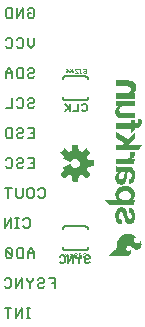
<source format=gbr>
G04 EAGLE Gerber RS-274X export*
G75*
%MOMM*%
%FSLAX34Y34*%
%LPD*%
%INSilkscreen Bottom*%
%IPPOS*%
%AMOC8*
5,1,8,0,0,1.08239X$1,22.5*%
G01*
%ADD10C,0.127000*%
%ADD11C,0.177800*%
%ADD12C,0.203200*%
%ADD13C,0.025400*%

G36*
X90835Y124080D02*
X90835Y124080D01*
X90943Y124094D01*
X90955Y124100D01*
X90969Y124102D01*
X91065Y124154D01*
X91162Y124201D01*
X91172Y124211D01*
X91184Y124217D01*
X91258Y124297D01*
X91335Y124373D01*
X91341Y124385D01*
X91351Y124396D01*
X91396Y124494D01*
X91444Y124591D01*
X91448Y124609D01*
X91452Y124618D01*
X91454Y124639D01*
X91473Y124736D01*
X91916Y129087D01*
X93075Y129458D01*
X93093Y129468D01*
X93190Y129506D01*
X94272Y130063D01*
X97662Y127299D01*
X97756Y127245D01*
X97848Y127188D01*
X97861Y127185D01*
X97873Y127178D01*
X97980Y127157D01*
X98085Y127132D01*
X98099Y127134D01*
X98113Y127131D01*
X98220Y127146D01*
X98328Y127156D01*
X98341Y127162D01*
X98355Y127164D01*
X98452Y127212D01*
X98551Y127257D01*
X98564Y127268D01*
X98573Y127272D01*
X98588Y127288D01*
X98665Y127350D01*
X101250Y129935D01*
X101313Y130024D01*
X101379Y130109D01*
X101384Y130122D01*
X101392Y130134D01*
X101423Y130237D01*
X101459Y130340D01*
X101459Y130354D01*
X101463Y130367D01*
X101459Y130475D01*
X101460Y130584D01*
X101455Y130597D01*
X101455Y130611D01*
X101417Y130713D01*
X101382Y130815D01*
X101373Y130830D01*
X101369Y130839D01*
X101355Y130856D01*
X101301Y130938D01*
X98537Y134328D01*
X99094Y135410D01*
X99100Y135430D01*
X99142Y135525D01*
X99513Y136684D01*
X103864Y137127D01*
X103968Y137155D01*
X104074Y137180D01*
X104086Y137187D01*
X104099Y137190D01*
X104189Y137251D01*
X104282Y137308D01*
X104290Y137319D01*
X104302Y137327D01*
X104368Y137413D01*
X104437Y137497D01*
X104441Y137510D01*
X104450Y137521D01*
X104484Y137624D01*
X104523Y137725D01*
X104524Y137743D01*
X104528Y137752D01*
X104528Y137774D01*
X104537Y137872D01*
X104537Y141528D01*
X104520Y141635D01*
X104506Y141743D01*
X104500Y141755D01*
X104498Y141769D01*
X104446Y141865D01*
X104399Y141962D01*
X104389Y141972D01*
X104383Y141984D01*
X104303Y142058D01*
X104227Y142135D01*
X104215Y142141D01*
X104205Y142151D01*
X104106Y142196D01*
X104009Y142244D01*
X103991Y142248D01*
X103982Y142252D01*
X103961Y142254D01*
X103864Y142273D01*
X99513Y142716D01*
X99142Y143875D01*
X99132Y143893D01*
X99094Y143990D01*
X98537Y145072D01*
X101301Y148462D01*
X101355Y148556D01*
X101412Y148648D01*
X101415Y148661D01*
X101422Y148673D01*
X101443Y148780D01*
X101468Y148885D01*
X101466Y148899D01*
X101469Y148913D01*
X101454Y149020D01*
X101444Y149128D01*
X101438Y149141D01*
X101436Y149155D01*
X101388Y149252D01*
X101343Y149351D01*
X101332Y149364D01*
X101328Y149373D01*
X101312Y149388D01*
X101250Y149465D01*
X98665Y152050D01*
X98576Y152113D01*
X98491Y152179D01*
X98478Y152184D01*
X98466Y152192D01*
X98363Y152223D01*
X98260Y152259D01*
X98246Y152259D01*
X98233Y152263D01*
X98125Y152259D01*
X98016Y152260D01*
X98003Y152255D01*
X97989Y152255D01*
X97887Y152217D01*
X97785Y152182D01*
X97770Y152173D01*
X97761Y152169D01*
X97744Y152155D01*
X97662Y152101D01*
X94272Y149337D01*
X93190Y149894D01*
X93170Y149900D01*
X93075Y149942D01*
X91916Y150313D01*
X91473Y154664D01*
X91445Y154768D01*
X91420Y154874D01*
X91413Y154886D01*
X91410Y154899D01*
X91349Y154989D01*
X91292Y155082D01*
X91281Y155090D01*
X91273Y155102D01*
X91187Y155168D01*
X91103Y155237D01*
X91090Y155241D01*
X91079Y155250D01*
X90976Y155284D01*
X90875Y155323D01*
X90857Y155324D01*
X90848Y155328D01*
X90826Y155328D01*
X90728Y155337D01*
X87072Y155337D01*
X86965Y155320D01*
X86857Y155306D01*
X86845Y155300D01*
X86831Y155298D01*
X86735Y155246D01*
X86638Y155199D01*
X86628Y155189D01*
X86616Y155183D01*
X86542Y155103D01*
X86465Y155027D01*
X86459Y155015D01*
X86449Y155005D01*
X86404Y154906D01*
X86356Y154809D01*
X86352Y154791D01*
X86348Y154782D01*
X86346Y154761D01*
X86327Y154664D01*
X85884Y150313D01*
X84725Y149942D01*
X84707Y149932D01*
X84610Y149894D01*
X83528Y149337D01*
X80138Y152101D01*
X80044Y152155D01*
X79952Y152212D01*
X79939Y152215D01*
X79927Y152222D01*
X79820Y152243D01*
X79715Y152268D01*
X79701Y152266D01*
X79687Y152269D01*
X79580Y152254D01*
X79472Y152244D01*
X79459Y152238D01*
X79446Y152236D01*
X79348Y152188D01*
X79249Y152143D01*
X79236Y152132D01*
X79227Y152128D01*
X79212Y152112D01*
X79135Y152050D01*
X76550Y149465D01*
X76487Y149376D01*
X76421Y149291D01*
X76416Y149278D01*
X76408Y149266D01*
X76377Y149163D01*
X76341Y149060D01*
X76341Y149046D01*
X76337Y149033D01*
X76341Y148925D01*
X76340Y148816D01*
X76345Y148803D01*
X76345Y148789D01*
X76383Y148687D01*
X76418Y148585D01*
X76427Y148570D01*
X76431Y148561D01*
X76445Y148544D01*
X76499Y148462D01*
X79263Y145072D01*
X78706Y143990D01*
X78689Y143937D01*
X78663Y143888D01*
X78652Y143822D01*
X78631Y143758D01*
X78632Y143702D01*
X78623Y143648D01*
X78634Y143581D01*
X78635Y143514D01*
X78653Y143462D01*
X78662Y143407D01*
X78694Y143347D01*
X78717Y143284D01*
X78751Y143241D01*
X78777Y143192D01*
X78826Y143145D01*
X78868Y143093D01*
X78915Y143063D01*
X78955Y143025D01*
X79060Y142968D01*
X79073Y142960D01*
X79078Y142959D01*
X79085Y142955D01*
X84282Y140802D01*
X84381Y140779D01*
X84479Y140750D01*
X84500Y140751D01*
X84520Y140746D01*
X84621Y140756D01*
X84722Y140761D01*
X84742Y140768D01*
X84763Y140770D01*
X84855Y140812D01*
X84950Y140849D01*
X84966Y140862D01*
X84985Y140871D01*
X85059Y140940D01*
X85137Y141005D01*
X85153Y141028D01*
X85163Y141038D01*
X85175Y141059D01*
X85222Y141126D01*
X85728Y142025D01*
X86372Y142712D01*
X87160Y143227D01*
X88048Y143539D01*
X88985Y143631D01*
X89917Y143498D01*
X90791Y143147D01*
X91556Y142598D01*
X92169Y141884D01*
X92594Y141044D01*
X92808Y140128D01*
X92798Y139186D01*
X92564Y138274D01*
X92121Y137444D01*
X91492Y136743D01*
X90715Y136211D01*
X89834Y135880D01*
X88899Y135767D01*
X87982Y135875D01*
X87114Y136195D01*
X86345Y136709D01*
X85718Y137388D01*
X85223Y138272D01*
X85159Y138352D01*
X85099Y138435D01*
X85083Y138447D01*
X85070Y138463D01*
X84984Y138518D01*
X84901Y138578D01*
X84882Y138584D01*
X84865Y138594D01*
X84766Y138619D01*
X84668Y138649D01*
X84648Y138648D01*
X84628Y138653D01*
X84526Y138644D01*
X84424Y138641D01*
X84399Y138633D01*
X84385Y138632D01*
X84363Y138623D01*
X84282Y138598D01*
X79085Y136445D01*
X79038Y136416D01*
X78986Y136395D01*
X78935Y136352D01*
X78878Y136316D01*
X78843Y136273D01*
X78800Y136237D01*
X78766Y136180D01*
X78723Y136128D01*
X78704Y136076D01*
X78675Y136028D01*
X78661Y135962D01*
X78637Y135899D01*
X78635Y135844D01*
X78624Y135790D01*
X78631Y135723D01*
X78629Y135656D01*
X78645Y135602D01*
X78652Y135547D01*
X78696Y135436D01*
X78700Y135422D01*
X78703Y135418D01*
X78706Y135410D01*
X79263Y134328D01*
X76499Y130938D01*
X76445Y130844D01*
X76388Y130752D01*
X76385Y130739D01*
X76378Y130727D01*
X76357Y130620D01*
X76332Y130515D01*
X76334Y130501D01*
X76331Y130487D01*
X76346Y130380D01*
X76356Y130272D01*
X76362Y130259D01*
X76364Y130246D01*
X76412Y130148D01*
X76457Y130049D01*
X76468Y130036D01*
X76472Y130027D01*
X76488Y130012D01*
X76550Y129935D01*
X79135Y127350D01*
X79224Y127287D01*
X79309Y127221D01*
X79322Y127216D01*
X79334Y127208D01*
X79437Y127177D01*
X79540Y127141D01*
X79554Y127141D01*
X79567Y127137D01*
X79675Y127141D01*
X79784Y127140D01*
X79797Y127145D01*
X79811Y127145D01*
X79913Y127183D01*
X80015Y127218D01*
X80030Y127227D01*
X80039Y127231D01*
X80056Y127245D01*
X80138Y127299D01*
X83528Y130063D01*
X84610Y129506D01*
X84630Y129500D01*
X84725Y129458D01*
X85884Y129087D01*
X86327Y124736D01*
X86355Y124632D01*
X86380Y124526D01*
X86387Y124514D01*
X86390Y124501D01*
X86451Y124411D01*
X86508Y124318D01*
X86519Y124310D01*
X86527Y124298D01*
X86613Y124232D01*
X86697Y124164D01*
X86710Y124159D01*
X86721Y124150D01*
X86824Y124116D01*
X86925Y124077D01*
X86943Y124076D01*
X86952Y124072D01*
X86974Y124073D01*
X87072Y124063D01*
X90728Y124063D01*
X90835Y124080D01*
G37*
G36*
X132034Y60837D02*
X132034Y60837D01*
X132040Y60835D01*
X132871Y60905D01*
X132882Y60911D01*
X132897Y60910D01*
X133696Y61150D01*
X133706Y61158D01*
X133720Y61160D01*
X134452Y61561D01*
X134460Y61571D01*
X134473Y61576D01*
X135023Y62046D01*
X135028Y62057D01*
X135040Y62064D01*
X135485Y62634D01*
X135488Y62646D01*
X135498Y62656D01*
X135819Y63304D01*
X135820Y63316D01*
X135828Y63328D01*
X136012Y64027D01*
X136011Y64038D01*
X136016Y64049D01*
X136089Y64989D01*
X136087Y64998D01*
X136090Y65005D01*
X136089Y65007D01*
X136089Y65009D01*
X136016Y65949D01*
X136014Y65953D01*
X136015Y65959D01*
X135939Y66442D01*
X135914Y66481D01*
X135893Y66521D01*
X135889Y66522D01*
X135887Y66525D01*
X135842Y66535D01*
X135798Y66547D01*
X135794Y66545D01*
X135790Y66546D01*
X135752Y66521D01*
X135713Y66498D01*
X135712Y66493D01*
X135709Y66491D01*
X135700Y66450D01*
X135688Y66410D01*
X135704Y66252D01*
X135676Y66114D01*
X135605Y65981D01*
X135006Y65157D01*
X134940Y65089D01*
X134892Y65039D01*
X134754Y64967D01*
X134339Y64874D01*
X133911Y64874D01*
X133495Y64967D01*
X133091Y65173D01*
X132763Y65486D01*
X132398Y66092D01*
X132191Y66770D01*
X132156Y67481D01*
X132253Y68091D01*
X132451Y68677D01*
X132744Y69220D01*
X133109Y69645D01*
X133569Y69960D01*
X134094Y70146D01*
X134650Y70189D01*
X135198Y70087D01*
X135701Y69847D01*
X136136Y69477D01*
X137677Y68024D01*
X137687Y68021D01*
X137693Y68012D01*
X139451Y66825D01*
X139464Y66823D01*
X139474Y66813D01*
X140162Y66533D01*
X140177Y66534D01*
X140192Y66525D01*
X140927Y66426D01*
X140942Y66430D01*
X140959Y66425D01*
X141696Y66512D01*
X141709Y66520D01*
X141727Y66520D01*
X142419Y66787D01*
X142430Y66798D01*
X142447Y66802D01*
X143050Y67233D01*
X143057Y67244D01*
X143069Y67249D01*
X143247Y67438D01*
X143248Y67438D01*
X143486Y67691D01*
X143487Y67691D01*
X143725Y67943D01*
X143727Y67945D01*
X143730Y67953D01*
X143738Y67958D01*
X144298Y68735D01*
X144301Y68745D01*
X144309Y68753D01*
X144697Y69533D01*
X144698Y69545D01*
X144706Y69556D01*
X144937Y70396D01*
X144936Y70408D01*
X144942Y70420D01*
X145008Y71288D01*
X145004Y71299D01*
X145008Y71310D01*
X144922Y72210D01*
X144918Y72219D01*
X144919Y72229D01*
X144699Y73107D01*
X144693Y73115D01*
X144692Y73127D01*
X144591Y73355D01*
X144439Y73711D01*
X144439Y73712D01*
X144218Y74216D01*
X144207Y74226D01*
X144202Y74243D01*
X143864Y74678D01*
X143857Y74681D01*
X143853Y74689D01*
X143828Y74714D01*
X143828Y74715D01*
X143827Y74717D01*
X143735Y74752D01*
X143646Y74711D01*
X143613Y74626D01*
X143613Y74023D01*
X143556Y73512D01*
X143417Y73022D01*
X143162Y72541D01*
X142792Y72146D01*
X142332Y71860D01*
X141813Y71703D01*
X141510Y71691D01*
X141210Y71750D01*
X140716Y71956D01*
X140258Y72239D01*
X139848Y72590D01*
X139494Y73002D01*
X138843Y73904D01*
X138594Y74392D01*
X138496Y74922D01*
X138554Y75460D01*
X138619Y75634D01*
X138867Y75995D01*
X139207Y76269D01*
X139310Y76313D01*
X139430Y76329D01*
X140310Y76329D01*
X140351Y76346D01*
X140393Y76360D01*
X140396Y76365D01*
X140401Y76367D01*
X140417Y76408D01*
X140436Y76448D01*
X140434Y76454D01*
X140436Y76459D01*
X140424Y76486D01*
X140408Y76535D01*
X139487Y77661D01*
X139475Y77667D01*
X139468Y77679D01*
X138331Y78586D01*
X138320Y78589D01*
X138312Y78598D01*
X137378Y79100D01*
X137368Y79101D01*
X137360Y79107D01*
X136363Y79465D01*
X136353Y79465D01*
X136344Y79470D01*
X135305Y79677D01*
X135294Y79675D01*
X135284Y79679D01*
X133356Y79740D01*
X133345Y79735D01*
X133333Y79738D01*
X131426Y79450D01*
X131416Y79444D01*
X131404Y79444D01*
X129580Y78816D01*
X129571Y78809D01*
X129559Y78807D01*
X127878Y77860D01*
X127872Y77852D01*
X127861Y77849D01*
X126754Y76964D01*
X126751Y76959D01*
X126746Y76956D01*
X126745Y76954D01*
X126741Y76952D01*
X126388Y76578D01*
X125912Y76073D01*
X125769Y75921D01*
X125766Y75913D01*
X125758Y75907D01*
X124941Y74750D01*
X124939Y74740D01*
X124931Y74732D01*
X124331Y73502D01*
X124330Y73491D01*
X124322Y73481D01*
X123954Y72162D01*
X123956Y72151D01*
X123950Y72140D01*
X123826Y70776D01*
X123828Y70771D01*
X123826Y70765D01*
X123826Y68490D01*
X123761Y68122D01*
X123634Y67771D01*
X123045Y66781D01*
X122263Y65927D01*
X116781Y61055D01*
X116779Y61051D01*
X116774Y61049D01*
X116758Y61007D01*
X116739Y60966D01*
X116741Y60962D01*
X116739Y60957D01*
X116758Y60916D01*
X116773Y60874D01*
X116778Y60872D01*
X116780Y60868D01*
X116853Y60839D01*
X116864Y60835D01*
X116865Y60835D01*
X132029Y60835D01*
X132034Y60837D01*
G37*
G36*
X138366Y104284D02*
X138366Y104284D01*
X138405Y104293D01*
X138411Y104303D01*
X138419Y104306D01*
X138430Y104335D01*
X138453Y104371D01*
X139189Y108257D01*
X139186Y108272D01*
X139191Y108286D01*
X139176Y108318D01*
X139168Y108353D01*
X139155Y108361D01*
X139149Y108375D01*
X139110Y108389D01*
X139084Y108405D01*
X139074Y108402D01*
X139063Y108406D01*
X137146Y108383D01*
X137295Y108516D01*
X137296Y108517D01*
X138261Y109406D01*
X138264Y109413D01*
X138271Y109416D01*
X138572Y109759D01*
X138576Y109771D01*
X138586Y109779D01*
X138818Y110172D01*
X138820Y110181D01*
X138827Y110189D01*
X139360Y111510D01*
X139360Y111521D01*
X139366Y111531D01*
X139468Y112013D01*
X139466Y112025D01*
X139471Y112038D01*
X139496Y114019D01*
X139492Y114029D01*
X139494Y114041D01*
X139311Y115126D01*
X139304Y115137D01*
X139304Y115151D01*
X138903Y116175D01*
X138896Y116183D01*
X138894Y116194D01*
X138353Y117096D01*
X138347Y117101D01*
X138344Y117110D01*
X137691Y117935D01*
X137681Y117940D01*
X137676Y117951D01*
X136786Y118742D01*
X136773Y118746D01*
X136763Y118758D01*
X135723Y119338D01*
X135711Y119339D01*
X135700Y119348D01*
X133587Y120022D01*
X133576Y120021D01*
X133565Y120027D01*
X131365Y120309D01*
X131354Y120306D01*
X131342Y120310D01*
X129127Y120192D01*
X129117Y120187D01*
X129105Y120189D01*
X127728Y119866D01*
X127720Y119860D01*
X127708Y119859D01*
X126408Y119303D01*
X126400Y119296D01*
X126388Y119293D01*
X125204Y118521D01*
X125198Y118512D01*
X125187Y118508D01*
X124480Y117850D01*
X124476Y117840D01*
X124466Y117834D01*
X123881Y117066D01*
X123878Y117056D01*
X123869Y117048D01*
X123423Y116192D01*
X123423Y116181D01*
X123415Y116172D01*
X123121Y115253D01*
X123121Y115243D01*
X123116Y115234D01*
X122927Y114021D01*
X122929Y114013D01*
X122925Y114003D01*
X122908Y112776D01*
X122912Y112768D01*
X122909Y112759D01*
X123065Y111541D01*
X123070Y111532D01*
X123069Y111520D01*
X123334Y110675D01*
X123342Y110665D01*
X123344Y110650D01*
X123781Y109881D01*
X123792Y109873D01*
X123797Y109859D01*
X124387Y109199D01*
X124399Y109194D01*
X124407Y109181D01*
X125123Y108661D01*
X125125Y108660D01*
X114021Y108660D01*
X113977Y108642D01*
X113933Y108625D01*
X113932Y108623D01*
X113930Y108622D01*
X113913Y108578D01*
X113895Y108535D01*
X113895Y108532D01*
X113895Y108530D01*
X113904Y108509D01*
X113927Y108450D01*
X117661Y104310D01*
X117667Y104307D01*
X117670Y104301D01*
X117730Y104278D01*
X117750Y104268D01*
X117752Y104269D01*
X117755Y104268D01*
X138329Y104268D01*
X138366Y104284D01*
G37*
G36*
X128296Y121641D02*
X128296Y121641D01*
X128308Y121646D01*
X128323Y121644D01*
X129264Y121850D01*
X129276Y121859D01*
X129293Y121860D01*
X130155Y122289D01*
X130164Y122300D01*
X130179Y122304D01*
X130788Y122802D01*
X130792Y122810D01*
X130800Y122813D01*
X130801Y122818D01*
X130806Y122820D01*
X131304Y123430D01*
X131307Y123442D01*
X131318Y123451D01*
X131684Y124148D01*
X131684Y124158D01*
X131692Y124167D01*
X132176Y125652D01*
X132175Y125661D01*
X132180Y125669D01*
X132458Y127206D01*
X132457Y127211D01*
X132459Y127215D01*
X132688Y129421D01*
X132913Y130727D01*
X133079Y131196D01*
X133325Y131624D01*
X133586Y131908D01*
X133672Y131968D01*
X133770Y132010D01*
X134290Y132122D01*
X134822Y132122D01*
X135343Y132010D01*
X135656Y131871D01*
X135936Y131672D01*
X136170Y131420D01*
X136362Y131105D01*
X136491Y130759D01*
X136552Y130391D01*
X136601Y129036D01*
X136548Y128448D01*
X136383Y127887D01*
X136128Y127423D01*
X135772Y127033D01*
X135334Y126738D01*
X134839Y126555D01*
X134307Y126491D01*
X134265Y126491D01*
X134263Y126491D01*
X134261Y126491D01*
X134218Y126472D01*
X134174Y126453D01*
X134173Y126451D01*
X134171Y126450D01*
X134139Y126365D01*
X134139Y122224D01*
X134137Y122223D01*
X134127Y122181D01*
X134113Y122140D01*
X134116Y122133D01*
X134114Y122127D01*
X134130Y122102D01*
X134151Y122057D01*
X134177Y122033D01*
X134177Y122032D01*
X134219Y122016D01*
X134269Y121997D01*
X134312Y122017D01*
X134354Y122037D01*
X135246Y122158D01*
X135257Y122165D01*
X135271Y122164D01*
X136213Y122499D01*
X136223Y122507D01*
X136237Y122510D01*
X137090Y123030D01*
X137098Y123040D01*
X137111Y123045D01*
X137840Y123728D01*
X137846Y123740D01*
X137857Y123748D01*
X138432Y124566D01*
X138434Y124577D01*
X138444Y124586D01*
X138973Y125744D01*
X138973Y125754D01*
X138979Y125763D01*
X139314Y126992D01*
X139312Y127001D01*
X139317Y127010D01*
X139530Y128751D01*
X139528Y128758D01*
X139531Y128767D01*
X139523Y130520D01*
X139520Y130528D01*
X139522Y130536D01*
X139292Y132275D01*
X139287Y132283D01*
X139288Y132295D01*
X138863Y133708D01*
X138855Y133718D01*
X138853Y133731D01*
X138160Y135035D01*
X138150Y135043D01*
X138145Y135058D01*
X137662Y135619D01*
X137648Y135626D01*
X137639Y135640D01*
X137034Y136067D01*
X137019Y136071D01*
X137006Y136082D01*
X136315Y136349D01*
X136300Y136349D01*
X136285Y136357D01*
X135550Y136448D01*
X135543Y136445D01*
X135535Y136448D01*
X130709Y136448D01*
X130707Y136448D01*
X130705Y136448D01*
X130690Y136442D01*
X130606Y136473D01*
X126268Y136449D01*
X124930Y136551D01*
X123635Y136900D01*
X123437Y136974D01*
X123412Y136972D01*
X123389Y136981D01*
X123365Y136970D01*
X123338Y136969D01*
X123322Y136951D01*
X123299Y136940D01*
X123289Y136913D01*
X123273Y136896D01*
X123275Y136876D01*
X123267Y136855D01*
X123267Y132822D01*
X123263Y132785D01*
X123273Y132757D01*
X123277Y132718D01*
X123295Y132680D01*
X123313Y132666D01*
X123318Y132655D01*
X123325Y132652D01*
X123342Y132630D01*
X123378Y132608D01*
X123395Y132605D01*
X123411Y132593D01*
X123691Y132517D01*
X123694Y132518D01*
X123697Y132516D01*
X124726Y132290D01*
X124749Y132280D01*
X124754Y132273D01*
X124757Y132265D01*
X124756Y132256D01*
X124740Y132232D01*
X124036Y131405D01*
X124033Y131394D01*
X124023Y131386D01*
X123483Y130435D01*
X123482Y130423D01*
X123473Y130413D01*
X123121Y129378D01*
X123122Y129367D01*
X123116Y129356D01*
X122875Y127739D01*
X122878Y127728D01*
X122874Y127717D01*
X122912Y126082D01*
X122917Y126071D01*
X122915Y126058D01*
X123223Y124686D01*
X123231Y124674D01*
X123232Y124659D01*
X123838Y123390D01*
X123847Y123381D01*
X123851Y123368D01*
X124193Y122919D01*
X124204Y122913D01*
X124210Y122901D01*
X124629Y122524D01*
X124641Y122521D01*
X124649Y122510D01*
X125131Y122218D01*
X125143Y122217D01*
X125152Y122208D01*
X126146Y121835D01*
X126157Y121835D01*
X126168Y121829D01*
X127212Y121640D01*
X127223Y121643D01*
X127235Y121638D01*
X128296Y121641D01*
G37*
G36*
X142666Y150783D02*
X142666Y150783D01*
X142686Y150781D01*
X142712Y150803D01*
X142737Y150813D01*
X142743Y150828D01*
X142756Y150839D01*
X145118Y154979D01*
X145123Y155013D01*
X145135Y155045D01*
X145128Y155060D01*
X145130Y155076D01*
X145108Y155103D01*
X145094Y155135D01*
X145078Y155141D01*
X145068Y155153D01*
X145041Y155155D01*
X145009Y155167D01*
X133579Y155167D01*
X139053Y160642D01*
X139054Y160645D01*
X139057Y160646D01*
X139090Y160731D01*
X139090Y165405D01*
X139089Y165407D01*
X139090Y165409D01*
X139070Y165452D01*
X139052Y165496D01*
X139050Y165497D01*
X139049Y165498D01*
X139004Y165514D01*
X138960Y165531D01*
X138958Y165531D01*
X138956Y165531D01*
X138874Y165494D01*
X133308Y159802D01*
X123413Y166399D01*
X123375Y166407D01*
X123338Y166420D01*
X123328Y166415D01*
X123316Y166418D01*
X123284Y166395D01*
X123249Y166379D01*
X123245Y166367D01*
X123236Y166361D01*
X123231Y166332D01*
X123217Y166294D01*
X123242Y161214D01*
X123249Y161197D01*
X123247Y161178D01*
X123269Y161149D01*
X123280Y161123D01*
X123293Y161118D01*
X123302Y161106D01*
X130281Y156873D01*
X130207Y156797D01*
X130084Y156670D01*
X129716Y156292D01*
X129594Y156165D01*
X129593Y156165D01*
X129471Y156039D01*
X129103Y155660D01*
X128980Y155534D01*
X128857Y155408D01*
X128673Y155218D01*
X123266Y155218D01*
X123264Y155218D01*
X123262Y155218D01*
X123219Y155199D01*
X123175Y155180D01*
X123174Y155178D01*
X123172Y155177D01*
X123140Y155092D01*
X123140Y150952D01*
X123141Y150949D01*
X123140Y150946D01*
X123177Y150863D01*
X123228Y150812D01*
X123231Y150811D01*
X123232Y150808D01*
X123317Y150775D01*
X142647Y150775D01*
X142666Y150783D01*
G37*
G36*
X139042Y177675D02*
X139042Y177675D01*
X139044Y177674D01*
X139087Y177694D01*
X139130Y177712D01*
X139131Y177714D01*
X139133Y177715D01*
X139166Y177800D01*
X139166Y181940D01*
X139165Y181942D01*
X139166Y181944D01*
X139146Y181987D01*
X139128Y182031D01*
X139126Y182032D01*
X139125Y182034D01*
X139040Y182066D01*
X129043Y182066D01*
X128213Y182215D01*
X127445Y182558D01*
X127082Y182830D01*
X126782Y183171D01*
X126557Y183566D01*
X126333Y184255D01*
X126254Y184974D01*
X126321Y185695D01*
X126532Y186386D01*
X126821Y186897D01*
X127218Y187327D01*
X127703Y187654D01*
X128253Y187863D01*
X129457Y188088D01*
X130687Y188164D01*
X138989Y188164D01*
X138991Y188165D01*
X138993Y188164D01*
X139036Y188184D01*
X139079Y188202D01*
X139080Y188204D01*
X139082Y188205D01*
X139115Y188290D01*
X139115Y192506D01*
X139114Y192508D01*
X139115Y192510D01*
X139095Y192553D01*
X139077Y192597D01*
X139075Y192598D01*
X139074Y192600D01*
X138989Y192632D01*
X123368Y192632D01*
X123366Y192632D01*
X123364Y192632D01*
X123321Y192613D01*
X123277Y192594D01*
X123276Y192592D01*
X123274Y192591D01*
X123242Y192506D01*
X123242Y188493D01*
X123242Y188491D01*
X123242Y188489D01*
X123261Y188446D01*
X123280Y188403D01*
X123282Y188402D01*
X123283Y188400D01*
X123368Y188367D01*
X125424Y188367D01*
X124784Y187860D01*
X124779Y187852D01*
X124770Y187848D01*
X124664Y187736D01*
X124544Y187609D01*
X124305Y187357D01*
X124185Y187231D01*
X124065Y187104D01*
X123986Y187021D01*
X123983Y187013D01*
X123975Y187007D01*
X123316Y186077D01*
X123314Y186068D01*
X123306Y186061D01*
X123183Y185815D01*
X123183Y185805D01*
X123176Y185796D01*
X123095Y185533D01*
X123096Y185524D01*
X123091Y185515D01*
X122867Y184037D01*
X122869Y184029D01*
X122866Y184021D01*
X122836Y182527D01*
X122839Y182517D01*
X122837Y182506D01*
X122984Y181473D01*
X122990Y181463D01*
X122990Y181449D01*
X123333Y180463D01*
X123341Y180455D01*
X123343Y180441D01*
X123869Y179540D01*
X123879Y179532D01*
X123884Y179519D01*
X124112Y179265D01*
X124123Y179260D01*
X124130Y179248D01*
X125016Y178588D01*
X125027Y178585D01*
X125035Y178576D01*
X126026Y178088D01*
X126037Y178087D01*
X126048Y178079D01*
X127111Y177780D01*
X127122Y177781D01*
X127133Y177776D01*
X128233Y177675D01*
X128239Y177676D01*
X128245Y177674D01*
X139040Y177674D01*
X139042Y177675D01*
G37*
G36*
X139016Y194871D02*
X139016Y194871D01*
X139018Y194870D01*
X139061Y194890D01*
X139104Y194908D01*
X139105Y194910D01*
X139107Y194911D01*
X139140Y194996D01*
X139140Y199034D01*
X139139Y199036D01*
X139140Y199038D01*
X139120Y199081D01*
X139102Y199125D01*
X139100Y199126D01*
X139099Y199128D01*
X139014Y199160D01*
X136946Y199160D01*
X136975Y199202D01*
X137111Y199316D01*
X137489Y199594D01*
X137491Y199597D01*
X137496Y199599D01*
X137969Y200001D01*
X137972Y200009D01*
X137981Y200013D01*
X138397Y200474D01*
X138400Y200484D01*
X138410Y200491D01*
X138977Y201389D01*
X138979Y201402D01*
X138989Y201413D01*
X139358Y202410D01*
X139358Y202423D01*
X139365Y202435D01*
X139520Y203487D01*
X139517Y203497D01*
X139521Y203508D01*
X139500Y204343D01*
X139491Y204721D01*
X139491Y204722D01*
X139481Y205100D01*
X139471Y205514D01*
X139466Y205525D01*
X139468Y205537D01*
X139263Y206514D01*
X139255Y206526D01*
X139254Y206542D01*
X138832Y207447D01*
X138821Y207456D01*
X138816Y207471D01*
X138199Y208256D01*
X138188Y208262D01*
X138182Y208274D01*
X137606Y208763D01*
X137596Y208767D01*
X137589Y208776D01*
X136939Y209161D01*
X136929Y209162D01*
X136920Y209170D01*
X136215Y209439D01*
X136205Y209439D01*
X136197Y209445D01*
X135090Y209684D01*
X135081Y209683D01*
X135073Y209687D01*
X133944Y209777D01*
X133939Y209775D01*
X133934Y209777D01*
X123393Y209777D01*
X123391Y209777D01*
X123389Y209777D01*
X123346Y209758D01*
X123302Y209739D01*
X123301Y209737D01*
X123299Y209736D01*
X123267Y209651D01*
X123267Y205562D01*
X123267Y205560D01*
X123267Y205558D01*
X123286Y205515D01*
X123305Y205472D01*
X123307Y205471D01*
X123308Y205469D01*
X123393Y205436D01*
X133039Y205436D01*
X133757Y205371D01*
X134445Y205181D01*
X135087Y204870D01*
X135474Y204574D01*
X135783Y204200D01*
X136000Y203765D01*
X136077Y203465D01*
X136093Y203149D01*
X136044Y202044D01*
X135957Y201488D01*
X135752Y200972D01*
X135439Y200515D01*
X134870Y199999D01*
X134191Y199635D01*
X133441Y199419D01*
X132657Y199338D01*
X123292Y199338D01*
X123290Y199338D01*
X123288Y199338D01*
X123245Y199319D01*
X123201Y199300D01*
X123200Y199298D01*
X123198Y199297D01*
X123166Y199212D01*
X123166Y194996D01*
X123166Y194994D01*
X123166Y194992D01*
X123185Y194949D01*
X123204Y194906D01*
X123206Y194905D01*
X123207Y194903D01*
X123292Y194870D01*
X139014Y194870D01*
X139016Y194871D01*
G37*
G36*
X128351Y87846D02*
X128351Y87846D01*
X128380Y87849D01*
X128381Y87850D01*
X128383Y87850D01*
X128392Y87862D01*
X128405Y87866D01*
X128408Y87872D01*
X128414Y87875D01*
X128426Y87905D01*
X128442Y87926D01*
X128442Y87927D01*
X128443Y87929D01*
X128441Y87943D01*
X128447Y87955D01*
X128446Y87958D01*
X128447Y87960D01*
X128447Y91821D01*
X128446Y91823D01*
X128447Y91825D01*
X128427Y91868D01*
X128409Y91912D01*
X128407Y91913D01*
X128406Y91915D01*
X128321Y91947D01*
X128273Y91947D01*
X127777Y91977D01*
X127314Y92123D01*
X126901Y92378D01*
X126458Y92820D01*
X126120Y93347D01*
X125904Y93935D01*
X125831Y94496D01*
X125831Y95827D01*
X125905Y96429D01*
X126102Y96997D01*
X126414Y97509D01*
X126497Y97594D01*
X126622Y97720D01*
X126698Y97797D01*
X127043Y98005D01*
X127428Y98122D01*
X127832Y98139D01*
X128227Y98054D01*
X128588Y97874D01*
X128893Y97608D01*
X129124Y97272D01*
X129594Y96165D01*
X129900Y94991D01*
X130763Y91360D01*
X130768Y91353D01*
X130768Y91345D01*
X131073Y90537D01*
X131080Y90530D01*
X131082Y90519D01*
X131508Y89768D01*
X131516Y89762D01*
X131519Y89752D01*
X132057Y89076D01*
X132067Y89070D01*
X132073Y89059D01*
X132458Y88723D01*
X132471Y88719D01*
X132480Y88708D01*
X132927Y88458D01*
X132939Y88457D01*
X132951Y88448D01*
X133439Y88297D01*
X133452Y88298D01*
X133465Y88292D01*
X134601Y88186D01*
X134613Y88190D01*
X134627Y88186D01*
X135761Y88315D01*
X135772Y88321D01*
X135786Y88320D01*
X136869Y88678D01*
X136879Y88687D01*
X136893Y88689D01*
X137415Y88988D01*
X137422Y88997D01*
X137435Y89002D01*
X137889Y89397D01*
X137895Y89407D01*
X137906Y89414D01*
X138276Y89890D01*
X138279Y89901D01*
X138288Y89910D01*
X138942Y91191D01*
X138942Y91202D01*
X138950Y91212D01*
X139361Y92590D01*
X139360Y92602D01*
X139366Y92613D01*
X139520Y94043D01*
X139518Y94049D01*
X139521Y94056D01*
X139521Y95859D01*
X139519Y95865D01*
X139520Y95872D01*
X139381Y97265D01*
X139376Y97274D01*
X139377Y97286D01*
X139009Y98636D01*
X139001Y98646D01*
X139000Y98659D01*
X138462Y99756D01*
X138452Y99765D01*
X138448Y99779D01*
X137691Y100738D01*
X137681Y100744D01*
X137675Y100755D01*
X137280Y101104D01*
X137271Y101107D01*
X137265Y101115D01*
X136822Y101401D01*
X136813Y101403D01*
X136806Y101410D01*
X136018Y101766D01*
X136013Y101766D01*
X136009Y101770D01*
X135451Y101973D01*
X135431Y101972D01*
X135426Y101974D01*
X135403Y101974D01*
X135383Y101978D01*
X135369Y101969D01*
X135357Y101978D01*
X135350Y101977D01*
X135344Y101980D01*
X134633Y102056D01*
X134624Y102053D01*
X134616Y102056D01*
X134578Y102039D01*
X134539Y102027D01*
X134535Y102019D01*
X134526Y102015D01*
X134507Y101965D01*
X134494Y101940D01*
X134495Y101935D01*
X134494Y101930D01*
X134494Y98044D01*
X134512Y98000D01*
X134529Y97956D01*
X134531Y97955D01*
X134532Y97954D01*
X134551Y97946D01*
X134612Y97918D01*
X134872Y97903D01*
X135115Y97848D01*
X135466Y97697D01*
X135780Y97480D01*
X136044Y97204D01*
X136315Y96781D01*
X136503Y96314D01*
X136602Y95819D01*
X136646Y94971D01*
X136602Y94122D01*
X136517Y93673D01*
X136360Y93249D01*
X136164Y92948D01*
X135897Y92716D01*
X135555Y92560D01*
X135183Y92512D01*
X134813Y92577D01*
X134453Y92761D01*
X134160Y93044D01*
X133744Y93719D01*
X133472Y94471D01*
X133068Y96494D01*
X133067Y96495D01*
X133067Y96497D01*
X132686Y98219D01*
X132681Y98226D01*
X132681Y98235D01*
X132071Y99891D01*
X132065Y99897D01*
X132064Y99907D01*
X131659Y100663D01*
X131652Y100669D01*
X131649Y100679D01*
X131140Y101370D01*
X131131Y101376D01*
X131126Y101387D01*
X130776Y101719D01*
X130763Y101724D01*
X130755Y101735D01*
X130343Y101987D01*
X130329Y101989D01*
X130317Y101999D01*
X129314Y102337D01*
X129299Y102336D01*
X129285Y102343D01*
X128230Y102437D01*
X128220Y102434D01*
X128210Y102437D01*
X127169Y102361D01*
X127161Y102357D01*
X127151Y102359D01*
X126487Y102216D01*
X126477Y102209D01*
X126464Y102208D01*
X125838Y101943D01*
X125830Y101934D01*
X125817Y101931D01*
X125253Y101552D01*
X125247Y101543D01*
X125236Y101538D01*
X124493Y100812D01*
X124488Y100802D01*
X124483Y100799D01*
X124482Y100798D01*
X124478Y100795D01*
X123872Y99951D01*
X123870Y99941D01*
X123861Y99933D01*
X123410Y98997D01*
X123409Y98986D01*
X123402Y98976D01*
X123119Y97977D01*
X123120Y97968D01*
X123116Y97960D01*
X122934Y96645D01*
X122935Y96639D01*
X122933Y96632D01*
X122886Y95306D01*
X122888Y95299D01*
X122886Y95292D01*
X123064Y92726D01*
X123068Y92718D01*
X123067Y92707D01*
X123279Y91786D01*
X123287Y91776D01*
X123288Y91761D01*
X123685Y90904D01*
X123692Y90898D01*
X123693Y90889D01*
X124455Y89695D01*
X124462Y89691D01*
X124465Y89682D01*
X124895Y89168D01*
X124906Y89162D01*
X124913Y89150D01*
X125436Y88730D01*
X125448Y88727D01*
X125457Y88716D01*
X126053Y88407D01*
X126062Y88406D01*
X126070Y88400D01*
X127340Y87968D01*
X127350Y87968D01*
X127359Y87963D01*
X127943Y87861D01*
X127949Y87862D01*
X127956Y87859D01*
X128312Y87834D01*
X128318Y87837D01*
X128325Y87834D01*
X128351Y87846D01*
G37*
G36*
X136327Y165050D02*
X136327Y165050D01*
X136328Y165050D01*
X136411Y165087D01*
X139078Y167754D01*
X139079Y167757D01*
X139082Y167758D01*
X139115Y167843D01*
X139115Y169089D01*
X139446Y169089D01*
X139448Y169090D01*
X139454Y169090D01*
X139456Y169089D01*
X141590Y169266D01*
X141600Y169271D01*
X141612Y169270D01*
X142179Y169419D01*
X142188Y169425D01*
X142200Y169426D01*
X142731Y169675D01*
X142739Y169683D01*
X142751Y169686D01*
X143228Y170026D01*
X143234Y170036D01*
X143246Y170042D01*
X143955Y170785D01*
X143960Y170796D01*
X143971Y170805D01*
X144521Y171672D01*
X144523Y171684D01*
X144532Y171694D01*
X144901Y172653D01*
X144901Y172665D01*
X144908Y172677D01*
X145082Y173689D01*
X145080Y173699D01*
X145084Y173710D01*
X145084Y175260D01*
X145083Y175264D01*
X145084Y175267D01*
X145008Y176585D01*
X145008Y176606D01*
X145007Y176608D01*
X145008Y176610D01*
X144988Y176653D01*
X144970Y176697D01*
X144968Y176698D01*
X144967Y176700D01*
X144882Y176732D01*
X141859Y176732D01*
X141857Y176732D01*
X141855Y176732D01*
X141812Y176713D01*
X141768Y176694D01*
X141767Y176692D01*
X141765Y176691D01*
X141733Y176606D01*
X141733Y176530D01*
X141735Y176525D01*
X141733Y176519D01*
X141759Y176239D01*
X141844Y175323D01*
X141760Y174423D01*
X141664Y174141D01*
X141494Y173901D01*
X141261Y173719D01*
X140839Y173544D01*
X140377Y173481D01*
X139115Y173481D01*
X139115Y176327D01*
X139114Y176329D01*
X139115Y176331D01*
X139095Y176374D01*
X139077Y176418D01*
X139075Y176419D01*
X139074Y176421D01*
X138989Y176453D01*
X136322Y176453D01*
X136320Y176453D01*
X136318Y176453D01*
X136275Y176434D01*
X136231Y176415D01*
X136230Y176413D01*
X136228Y176412D01*
X136196Y176327D01*
X136196Y173455D01*
X123292Y173455D01*
X123290Y173455D01*
X123288Y173455D01*
X123245Y173436D01*
X123201Y173417D01*
X123200Y173415D01*
X123198Y173414D01*
X123166Y173329D01*
X123166Y169164D01*
X123166Y169162D01*
X123166Y169160D01*
X123185Y169117D01*
X123204Y169074D01*
X123206Y169073D01*
X123207Y169071D01*
X123292Y169038D01*
X136171Y169038D01*
X136196Y165175D01*
X136196Y165174D01*
X136215Y165129D01*
X136235Y165085D01*
X136235Y165084D01*
X136281Y165068D01*
X136327Y165050D01*
X136327Y165050D01*
G37*
G36*
X138278Y138939D02*
X138278Y138939D01*
X138316Y138955D01*
X138355Y138965D01*
X138360Y138974D01*
X138369Y138978D01*
X138380Y139006D01*
X138402Y139043D01*
X139088Y142904D01*
X139085Y142918D01*
X139090Y142930D01*
X139074Y142964D01*
X139066Y143000D01*
X139054Y143007D01*
X139049Y143020D01*
X139008Y143035D01*
X138982Y143051D01*
X138973Y143049D01*
X138964Y143052D01*
X136184Y143052D01*
X136199Y143099D01*
X136467Y143278D01*
X137509Y143964D01*
X137513Y143970D01*
X137520Y143972D01*
X137903Y144288D01*
X137910Y144301D01*
X137923Y144309D01*
X138225Y144703D01*
X138226Y144708D01*
X138230Y144711D01*
X138815Y145600D01*
X138816Y145604D01*
X138819Y145606D01*
X139172Y146217D01*
X139173Y146230D01*
X139182Y146240D01*
X139405Y146910D01*
X139404Y146922D01*
X139411Y146935D01*
X139495Y147635D01*
X139492Y147646D01*
X139496Y147657D01*
X139420Y149029D01*
X139399Y149072D01*
X139379Y149116D01*
X139377Y149116D01*
X139376Y149118D01*
X139359Y149123D01*
X139294Y149148D01*
X135433Y149148D01*
X135431Y149148D01*
X135429Y149148D01*
X135386Y149129D01*
X135342Y149110D01*
X135341Y149108D01*
X135339Y149107D01*
X135307Y149022D01*
X135307Y148996D01*
X135311Y148987D01*
X135308Y148976D01*
X135333Y148824D01*
X135335Y148821D01*
X135334Y148819D01*
X135459Y148221D01*
X135459Y146696D01*
X135367Y146155D01*
X135186Y145636D01*
X134922Y145157D01*
X134362Y144490D01*
X133670Y143965D01*
X132876Y143604D01*
X132057Y143405D01*
X131211Y143331D01*
X123393Y143331D01*
X123391Y143331D01*
X123389Y143331D01*
X123346Y143312D01*
X123302Y143293D01*
X123301Y143291D01*
X123299Y143290D01*
X123267Y143205D01*
X123267Y139039D01*
X123267Y139037D01*
X123267Y139035D01*
X123286Y138992D01*
X123305Y138949D01*
X123307Y138948D01*
X123308Y138946D01*
X123393Y138913D01*
X138278Y138939D01*
G37*
%LPC*%
G36*
X129907Y108508D02*
X129907Y108508D01*
X129138Y108632D01*
X128463Y108857D01*
X128451Y108856D01*
X128439Y108862D01*
X128402Y108867D01*
X128374Y108860D01*
X128363Y108859D01*
X128351Y108887D01*
X128331Y108931D01*
X128330Y108932D01*
X128330Y108933D01*
X128245Y108965D01*
X128206Y108965D01*
X128148Y108977D01*
X128088Y109019D01*
X128087Y109019D01*
X128086Y109020D01*
X128010Y109071D01*
X128004Y109072D01*
X127999Y109078D01*
X127435Y109378D01*
X126965Y109789D01*
X126602Y110298D01*
X126312Y110976D01*
X126161Y111698D01*
X126155Y112608D01*
X126334Y113499D01*
X126672Y114238D01*
X127187Y114864D01*
X127846Y115337D01*
X128607Y115626D01*
X130554Y115929D01*
X132524Y115926D01*
X133494Y115736D01*
X134394Y115332D01*
X135179Y114735D01*
X135810Y113976D01*
X136070Y113476D01*
X136226Y112934D01*
X136271Y112367D01*
X136221Y111293D01*
X136147Y110921D01*
X135985Y110582D01*
X135429Y109870D01*
X134749Y109272D01*
X134042Y108859D01*
X133268Y108592D01*
X132453Y108483D01*
X129907Y108508D01*
G37*
%LPD*%
%LPC*%
G36*
X127295Y125983D02*
X127295Y125983D01*
X126988Y126054D01*
X126703Y126189D01*
X126453Y126381D01*
X126156Y126742D01*
X125953Y127163D01*
X125856Y127625D01*
X125805Y129152D01*
X125955Y130194D01*
X126077Y130516D01*
X126261Y130808D01*
X126588Y131146D01*
X126833Y131398D01*
X126981Y131551D01*
X127200Y131702D01*
X127449Y131808D01*
X127613Y131855D01*
X128683Y132062D01*
X129773Y132132D01*
X130607Y132132D01*
X130609Y132133D01*
X130611Y132132D01*
X130654Y132152D01*
X130655Y132153D01*
X130709Y132132D01*
X131001Y132132D01*
X130874Y131990D01*
X130869Y131976D01*
X130856Y131964D01*
X130749Y131757D01*
X130748Y131746D01*
X130740Y131735D01*
X130452Y130771D01*
X130453Y130763D01*
X130449Y130756D01*
X130279Y129764D01*
X130280Y129761D01*
X130278Y129757D01*
X130126Y128314D01*
X130021Y127764D01*
X129823Y127245D01*
X129540Y126771D01*
X129296Y126503D01*
X128998Y126299D01*
X128456Y126079D01*
X127880Y125972D01*
X127295Y125983D01*
G37*
%LPD*%
D10*
X94188Y188811D02*
X95247Y189870D01*
X97366Y189870D01*
X98425Y188811D01*
X98425Y184574D01*
X97366Y183515D01*
X95247Y183515D01*
X94188Y184574D01*
X91409Y183515D02*
X91409Y189870D01*
X91409Y183515D02*
X87172Y183515D01*
X84392Y183515D02*
X84392Y189870D01*
X84392Y185633D02*
X80155Y189870D01*
X83333Y186693D02*
X80155Y183515D01*
X97787Y61600D02*
X96728Y60541D01*
X97787Y61600D02*
X99906Y61600D01*
X100965Y60541D01*
X100965Y59482D01*
X99906Y58423D01*
X97787Y58423D01*
X96728Y57363D01*
X96728Y56304D01*
X97787Y55245D01*
X99906Y55245D01*
X100965Y56304D01*
X93949Y60541D02*
X93949Y61600D01*
X93949Y60541D02*
X91830Y58423D01*
X89712Y60541D01*
X89712Y61600D01*
X91830Y58423D02*
X91830Y55245D01*
X86932Y55245D02*
X86932Y61600D01*
X82695Y55245D01*
X82695Y61600D01*
X76738Y61600D02*
X75679Y60541D01*
X76738Y61600D02*
X78857Y61600D01*
X79916Y60541D01*
X79916Y56304D01*
X78857Y55245D01*
X76738Y55245D01*
X75679Y56304D01*
D11*
X48636Y269500D02*
X50034Y270898D01*
X52831Y270898D01*
X54229Y269500D01*
X54229Y263907D01*
X52831Y262509D01*
X50034Y262509D01*
X48636Y263907D01*
X48636Y266704D01*
X51433Y266704D01*
X44874Y262509D02*
X44874Y270898D01*
X39281Y262509D01*
X39281Y270898D01*
X35519Y270898D02*
X35519Y262509D01*
X31324Y262509D01*
X29926Y263907D01*
X29926Y269500D01*
X31324Y270898D01*
X35519Y270898D01*
X54229Y245498D02*
X54229Y239905D01*
X51433Y237109D01*
X48636Y239905D01*
X48636Y245498D01*
X40679Y245498D02*
X39281Y244100D01*
X40679Y245498D02*
X43476Y245498D01*
X44874Y244100D01*
X44874Y238507D01*
X43476Y237109D01*
X40679Y237109D01*
X39281Y238507D01*
X31324Y245498D02*
X29926Y244100D01*
X31324Y245498D02*
X34120Y245498D01*
X35519Y244100D01*
X35519Y238507D01*
X34120Y237109D01*
X31324Y237109D01*
X29926Y238507D01*
X48636Y218700D02*
X50034Y220098D01*
X52831Y220098D01*
X54229Y218700D01*
X54229Y217302D01*
X52831Y215904D01*
X50034Y215904D01*
X48636Y214505D01*
X48636Y213107D01*
X50034Y211709D01*
X52831Y211709D01*
X54229Y213107D01*
X44874Y211709D02*
X44874Y220098D01*
X44874Y211709D02*
X40679Y211709D01*
X39281Y213107D01*
X39281Y218700D01*
X40679Y220098D01*
X44874Y220098D01*
X35519Y217302D02*
X35519Y211709D01*
X35519Y217302D02*
X32722Y220098D01*
X29926Y217302D01*
X29926Y211709D01*
X29926Y215904D02*
X35519Y215904D01*
X50034Y194698D02*
X48636Y193300D01*
X50034Y194698D02*
X52831Y194698D01*
X54229Y193300D01*
X54229Y191902D01*
X52831Y190504D01*
X50034Y190504D01*
X48636Y189105D01*
X48636Y187707D01*
X50034Y186309D01*
X52831Y186309D01*
X54229Y187707D01*
X40679Y194698D02*
X39281Y193300D01*
X40679Y194698D02*
X43476Y194698D01*
X44874Y193300D01*
X44874Y187707D01*
X43476Y186309D01*
X40679Y186309D01*
X39281Y187707D01*
X35519Y186309D02*
X35519Y194698D01*
X35519Y186309D02*
X29926Y186309D01*
X48636Y169298D02*
X54229Y169298D01*
X54229Y160909D01*
X48636Y160909D01*
X51433Y165104D02*
X54229Y165104D01*
X40679Y169298D02*
X39281Y167900D01*
X40679Y169298D02*
X43476Y169298D01*
X44874Y167900D01*
X44874Y166502D01*
X43476Y165104D01*
X40679Y165104D01*
X39281Y163705D01*
X39281Y162307D01*
X40679Y160909D01*
X43476Y160909D01*
X44874Y162307D01*
X35519Y160909D02*
X35519Y169298D01*
X35519Y160909D02*
X31324Y160909D01*
X29926Y162307D01*
X29926Y167900D01*
X31324Y169298D01*
X35519Y169298D01*
X48636Y143898D02*
X54229Y143898D01*
X54229Y135509D01*
X48636Y135509D01*
X51433Y139704D02*
X54229Y139704D01*
X40679Y143898D02*
X39281Y142500D01*
X40679Y143898D02*
X43476Y143898D01*
X44874Y142500D01*
X44874Y141102D01*
X43476Y139704D01*
X40679Y139704D01*
X39281Y138305D01*
X39281Y136907D01*
X40679Y135509D01*
X43476Y135509D01*
X44874Y136907D01*
X31324Y143898D02*
X29926Y142500D01*
X31324Y143898D02*
X34120Y143898D01*
X35519Y142500D01*
X35519Y136907D01*
X34120Y135509D01*
X31324Y135509D01*
X29926Y136907D01*
X57526Y117100D02*
X58924Y118498D01*
X61721Y118498D01*
X63119Y117100D01*
X63119Y111507D01*
X61721Y110109D01*
X58924Y110109D01*
X57526Y111507D01*
X52366Y118498D02*
X49569Y118498D01*
X52366Y118498D02*
X53764Y117100D01*
X53764Y111507D01*
X52366Y110109D01*
X49569Y110109D01*
X48171Y111507D01*
X48171Y117100D01*
X49569Y118498D01*
X44409Y118498D02*
X44409Y111507D01*
X43010Y110109D01*
X40214Y110109D01*
X38816Y111507D01*
X38816Y118498D01*
X32257Y118498D02*
X32257Y110109D01*
X35053Y118498D02*
X29461Y118498D01*
X46224Y93098D02*
X44826Y91700D01*
X46224Y93098D02*
X49021Y93098D01*
X50419Y91700D01*
X50419Y86107D01*
X49021Y84709D01*
X46224Y84709D01*
X44826Y86107D01*
X41064Y84709D02*
X38267Y84709D01*
X39666Y84709D02*
X39666Y93098D01*
X41064Y93098D02*
X38267Y93098D01*
X34827Y93098D02*
X34827Y84709D01*
X29234Y84709D02*
X34827Y93098D01*
X29234Y93098D02*
X29234Y84709D01*
X54229Y64902D02*
X54229Y59309D01*
X54229Y64902D02*
X51433Y67698D01*
X48636Y64902D01*
X48636Y59309D01*
X48636Y63504D02*
X54229Y63504D01*
X44874Y67698D02*
X44874Y59309D01*
X40679Y59309D01*
X39281Y60707D01*
X39281Y66300D01*
X40679Y67698D01*
X44874Y67698D01*
X35519Y66300D02*
X35519Y60707D01*
X35519Y66300D02*
X34120Y67698D01*
X31324Y67698D01*
X29926Y66300D01*
X29926Y60707D01*
X31324Y59309D01*
X34120Y59309D01*
X35519Y60707D01*
X29926Y66300D01*
X72009Y42298D02*
X72009Y33909D01*
X72009Y42298D02*
X66416Y42298D01*
X69213Y38104D02*
X72009Y38104D01*
X58459Y42298D02*
X57061Y40900D01*
X58459Y42298D02*
X61256Y42298D01*
X62654Y40900D01*
X62654Y39502D01*
X61256Y38104D01*
X58459Y38104D01*
X57061Y36705D01*
X57061Y35307D01*
X58459Y33909D01*
X61256Y33909D01*
X62654Y35307D01*
X53299Y40900D02*
X53299Y42298D01*
X53299Y40900D02*
X50502Y38104D01*
X47706Y40900D01*
X47706Y42298D01*
X50502Y38104D02*
X50502Y33909D01*
X43943Y33909D02*
X43943Y42298D01*
X38351Y33909D01*
X38351Y42298D01*
X30394Y42298D02*
X28996Y40900D01*
X30394Y42298D02*
X33190Y42298D01*
X34588Y40900D01*
X34588Y35307D01*
X33190Y33909D01*
X30394Y33909D01*
X28996Y35307D01*
X47623Y8509D02*
X50419Y8509D01*
X49021Y8509D02*
X49021Y16898D01*
X50419Y16898D02*
X47623Y16898D01*
X44182Y16898D02*
X44182Y8509D01*
X38589Y8509D02*
X44182Y16898D01*
X38589Y16898D02*
X38589Y8509D01*
X32031Y8509D02*
X32031Y16898D01*
X34827Y16898D02*
X29234Y16898D01*
D12*
X80645Y193040D02*
X97155Y193040D01*
X78105Y210820D02*
X78107Y210920D01*
X78113Y211019D01*
X78123Y211119D01*
X78136Y211217D01*
X78154Y211316D01*
X78175Y211413D01*
X78200Y211509D01*
X78229Y211605D01*
X78262Y211699D01*
X78298Y211792D01*
X78338Y211883D01*
X78382Y211973D01*
X78429Y212061D01*
X78479Y212147D01*
X78533Y212231D01*
X78590Y212313D01*
X78650Y212392D01*
X78714Y212470D01*
X78780Y212544D01*
X78849Y212616D01*
X78921Y212685D01*
X78995Y212751D01*
X79073Y212815D01*
X79152Y212875D01*
X79234Y212932D01*
X79318Y212986D01*
X79404Y213036D01*
X79492Y213083D01*
X79582Y213127D01*
X79673Y213167D01*
X79766Y213203D01*
X79860Y213236D01*
X79956Y213265D01*
X80052Y213290D01*
X80149Y213311D01*
X80248Y213329D01*
X80346Y213342D01*
X80446Y213352D01*
X80545Y213358D01*
X80645Y213360D01*
X97155Y213360D02*
X97255Y213358D01*
X97354Y213352D01*
X97454Y213342D01*
X97552Y213329D01*
X97651Y213311D01*
X97748Y213290D01*
X97844Y213265D01*
X97940Y213236D01*
X98034Y213203D01*
X98127Y213167D01*
X98218Y213127D01*
X98308Y213083D01*
X98396Y213036D01*
X98482Y212986D01*
X98566Y212932D01*
X98648Y212875D01*
X98727Y212815D01*
X98805Y212751D01*
X98879Y212685D01*
X98951Y212616D01*
X99020Y212544D01*
X99086Y212470D01*
X99150Y212392D01*
X99210Y212313D01*
X99267Y212231D01*
X99321Y212147D01*
X99371Y212061D01*
X99418Y211973D01*
X99462Y211883D01*
X99502Y211792D01*
X99538Y211699D01*
X99571Y211605D01*
X99600Y211509D01*
X99625Y211413D01*
X99646Y211316D01*
X99664Y211217D01*
X99677Y211119D01*
X99687Y211019D01*
X99693Y210920D01*
X99695Y210820D01*
X99695Y195580D02*
X99693Y195480D01*
X99687Y195381D01*
X99677Y195281D01*
X99664Y195183D01*
X99646Y195084D01*
X99625Y194987D01*
X99600Y194891D01*
X99571Y194795D01*
X99538Y194701D01*
X99502Y194608D01*
X99462Y194517D01*
X99418Y194427D01*
X99371Y194339D01*
X99321Y194253D01*
X99267Y194169D01*
X99210Y194087D01*
X99150Y194008D01*
X99086Y193930D01*
X99020Y193856D01*
X98951Y193784D01*
X98879Y193715D01*
X98805Y193649D01*
X98727Y193585D01*
X98648Y193525D01*
X98566Y193468D01*
X98482Y193414D01*
X98396Y193364D01*
X98308Y193317D01*
X98218Y193273D01*
X98127Y193233D01*
X98034Y193197D01*
X97940Y193164D01*
X97844Y193135D01*
X97748Y193110D01*
X97651Y193089D01*
X97552Y193071D01*
X97454Y193058D01*
X97354Y193048D01*
X97255Y193042D01*
X97155Y193040D01*
X80645Y193040D02*
X80545Y193042D01*
X80446Y193048D01*
X80346Y193058D01*
X80248Y193071D01*
X80149Y193089D01*
X80052Y193110D01*
X79956Y193135D01*
X79860Y193164D01*
X79766Y193197D01*
X79673Y193233D01*
X79582Y193273D01*
X79492Y193317D01*
X79404Y193364D01*
X79318Y193414D01*
X79234Y193468D01*
X79152Y193525D01*
X79073Y193585D01*
X78995Y193649D01*
X78921Y193715D01*
X78849Y193784D01*
X78780Y193856D01*
X78714Y193930D01*
X78650Y194008D01*
X78590Y194087D01*
X78533Y194169D01*
X78479Y194253D01*
X78429Y194339D01*
X78382Y194427D01*
X78338Y194517D01*
X78298Y194608D01*
X78262Y194701D01*
X78229Y194795D01*
X78200Y194891D01*
X78175Y194987D01*
X78154Y195084D01*
X78136Y195183D01*
X78123Y195281D01*
X78113Y195381D01*
X78107Y195480D01*
X78105Y195580D01*
X80645Y213360D02*
X97155Y213360D01*
D13*
X95756Y219205D02*
X96391Y219840D01*
X97662Y219840D01*
X98298Y219205D01*
X98298Y218569D01*
X97662Y217934D01*
X96391Y217934D01*
X95756Y217298D01*
X95756Y216663D01*
X96391Y216027D01*
X97662Y216027D01*
X98298Y216663D01*
X94556Y216663D02*
X93920Y216027D01*
X93285Y216027D01*
X92649Y216663D01*
X92649Y219840D01*
X92014Y219840D02*
X93285Y219840D01*
X90814Y216027D02*
X88272Y216027D01*
X90814Y216027D02*
X88272Y218569D01*
X88272Y219205D01*
X88907Y219840D01*
X90178Y219840D01*
X90814Y219205D01*
X87072Y219205D02*
X84530Y216663D01*
X87072Y216663D02*
X84530Y219205D01*
X84530Y217934D02*
X87072Y217934D01*
X85801Y216663D02*
X85801Y219205D01*
X83330Y219205D02*
X80788Y216663D01*
X83330Y216663D02*
X80788Y219205D01*
X80788Y217934D02*
X83330Y217934D01*
X82059Y216663D02*
X82059Y219205D01*
D12*
X80645Y86360D02*
X97155Y86360D01*
X99695Y68580D02*
X99693Y68480D01*
X99687Y68381D01*
X99677Y68281D01*
X99664Y68183D01*
X99646Y68084D01*
X99625Y67987D01*
X99600Y67891D01*
X99571Y67795D01*
X99538Y67701D01*
X99502Y67608D01*
X99462Y67517D01*
X99418Y67427D01*
X99371Y67339D01*
X99321Y67253D01*
X99267Y67169D01*
X99210Y67087D01*
X99150Y67008D01*
X99086Y66930D01*
X99020Y66856D01*
X98951Y66784D01*
X98879Y66715D01*
X98805Y66649D01*
X98727Y66585D01*
X98648Y66525D01*
X98566Y66468D01*
X98482Y66414D01*
X98396Y66364D01*
X98308Y66317D01*
X98218Y66273D01*
X98127Y66233D01*
X98034Y66197D01*
X97940Y66164D01*
X97844Y66135D01*
X97748Y66110D01*
X97651Y66089D01*
X97552Y66071D01*
X97454Y66058D01*
X97354Y66048D01*
X97255Y66042D01*
X97155Y66040D01*
X80645Y66040D02*
X80545Y66042D01*
X80446Y66048D01*
X80346Y66058D01*
X80248Y66071D01*
X80149Y66089D01*
X80052Y66110D01*
X79956Y66135D01*
X79860Y66164D01*
X79766Y66197D01*
X79673Y66233D01*
X79582Y66273D01*
X79492Y66317D01*
X79404Y66364D01*
X79318Y66414D01*
X79234Y66468D01*
X79152Y66525D01*
X79073Y66585D01*
X78995Y66649D01*
X78921Y66715D01*
X78849Y66784D01*
X78780Y66856D01*
X78714Y66930D01*
X78650Y67008D01*
X78590Y67087D01*
X78533Y67169D01*
X78479Y67253D01*
X78429Y67339D01*
X78382Y67427D01*
X78338Y67517D01*
X78298Y67608D01*
X78262Y67701D01*
X78229Y67795D01*
X78200Y67891D01*
X78175Y67987D01*
X78154Y68084D01*
X78136Y68183D01*
X78123Y68281D01*
X78113Y68381D01*
X78107Y68480D01*
X78105Y68580D01*
X78105Y83820D02*
X78107Y83920D01*
X78113Y84019D01*
X78123Y84119D01*
X78136Y84217D01*
X78154Y84316D01*
X78175Y84413D01*
X78200Y84509D01*
X78229Y84605D01*
X78262Y84699D01*
X78298Y84792D01*
X78338Y84883D01*
X78382Y84973D01*
X78429Y85061D01*
X78479Y85147D01*
X78533Y85231D01*
X78590Y85313D01*
X78650Y85392D01*
X78714Y85470D01*
X78780Y85544D01*
X78849Y85616D01*
X78921Y85685D01*
X78995Y85751D01*
X79073Y85815D01*
X79152Y85875D01*
X79234Y85932D01*
X79318Y85986D01*
X79404Y86036D01*
X79492Y86083D01*
X79582Y86127D01*
X79673Y86167D01*
X79766Y86203D01*
X79860Y86236D01*
X79956Y86265D01*
X80052Y86290D01*
X80149Y86311D01*
X80248Y86329D01*
X80346Y86342D01*
X80446Y86352D01*
X80545Y86358D01*
X80645Y86360D01*
X97155Y86360D02*
X97255Y86358D01*
X97354Y86352D01*
X97454Y86342D01*
X97552Y86329D01*
X97651Y86311D01*
X97748Y86290D01*
X97844Y86265D01*
X97940Y86236D01*
X98034Y86203D01*
X98127Y86167D01*
X98218Y86127D01*
X98308Y86083D01*
X98396Y86036D01*
X98482Y85986D01*
X98566Y85932D01*
X98648Y85875D01*
X98727Y85815D01*
X98805Y85751D01*
X98879Y85685D01*
X98951Y85616D01*
X99020Y85544D01*
X99086Y85470D01*
X99150Y85392D01*
X99210Y85313D01*
X99267Y85231D01*
X99321Y85147D01*
X99371Y85061D01*
X99418Y84973D01*
X99462Y84883D01*
X99502Y84792D01*
X99538Y84699D01*
X99571Y84605D01*
X99600Y84509D01*
X99625Y84413D01*
X99646Y84316D01*
X99664Y84217D01*
X99677Y84119D01*
X99687Y84019D01*
X99693Y83920D01*
X99695Y83820D01*
X97155Y66040D02*
X80645Y66040D01*
D13*
X95416Y62741D02*
X96052Y63376D01*
X97323Y63376D01*
X97958Y62741D01*
X97958Y62105D01*
X97323Y61470D01*
X96052Y61470D01*
X95416Y60834D01*
X95416Y60199D01*
X96052Y59563D01*
X97323Y59563D01*
X97958Y60199D01*
X94216Y60199D02*
X93581Y59563D01*
X92945Y59563D01*
X92310Y60199D01*
X92310Y63376D01*
X92945Y63376D02*
X91674Y63376D01*
X90474Y62741D02*
X89839Y63376D01*
X88568Y63376D01*
X87932Y62741D01*
X87932Y62105D01*
X88568Y61470D01*
X89203Y61470D01*
X88568Y61470D02*
X87932Y60834D01*
X87932Y60199D01*
X88568Y59563D01*
X89839Y59563D01*
X90474Y60199D01*
X86732Y62741D02*
X84190Y60199D01*
X86732Y60199D02*
X84190Y62741D01*
X84190Y61470D02*
X86732Y61470D01*
X85461Y60199D02*
X85461Y62741D01*
X82990Y62741D02*
X80448Y60199D01*
X82990Y60199D02*
X80448Y62741D01*
X80448Y61470D02*
X82990Y61470D01*
X81719Y60199D02*
X81719Y62741D01*
X123292Y194996D02*
X139014Y194996D01*
X139014Y199034D01*
X136805Y199034D01*
X136805Y199110D01*
X136807Y199138D01*
X136811Y199166D01*
X136820Y199193D01*
X136831Y199219D01*
X136845Y199244D01*
X136862Y199267D01*
X136881Y199288D01*
X136930Y199332D01*
X136981Y199375D01*
X137033Y199415D01*
X137414Y199695D01*
X137512Y199770D01*
X137609Y199848D01*
X137704Y199929D01*
X137796Y200012D01*
X137887Y200097D01*
X137975Y200185D01*
X138060Y200275D01*
X138144Y200367D01*
X138224Y200461D01*
X138303Y200558D01*
X138388Y200669D01*
X138469Y200781D01*
X138548Y200896D01*
X138623Y201013D01*
X138695Y201131D01*
X138764Y201252D01*
X138829Y201374D01*
X138892Y201499D01*
X138950Y201625D01*
X139006Y201752D01*
X139057Y201881D01*
X139106Y202011D01*
X139150Y202143D01*
X139191Y202275D01*
X139229Y202409D01*
X139263Y202544D01*
X139293Y202679D01*
X139319Y202816D01*
X139342Y202953D01*
X139361Y203090D01*
X139376Y203229D01*
X139388Y203367D01*
X139395Y203506D01*
X139395Y203505D02*
X139405Y203840D01*
X139408Y204174D01*
X139403Y204509D01*
X139391Y204843D01*
X139372Y205177D01*
X139345Y205511D01*
X139331Y205641D01*
X139313Y205771D01*
X139291Y205899D01*
X139266Y206027D01*
X139236Y206154D01*
X139203Y206281D01*
X139166Y206406D01*
X139125Y206530D01*
X139081Y206653D01*
X139033Y206774D01*
X138981Y206894D01*
X138926Y207012D01*
X138867Y207129D01*
X138805Y207243D01*
X138740Y207356D01*
X138671Y207467D01*
X138598Y207576D01*
X138523Y207682D01*
X138444Y207786D01*
X138363Y207888D01*
X138278Y207987D01*
X138190Y208084D01*
X138100Y208178D01*
X138010Y208266D01*
X137917Y208352D01*
X137823Y208435D01*
X137726Y208515D01*
X137626Y208592D01*
X137525Y208667D01*
X137421Y208739D01*
X137316Y208807D01*
X137208Y208873D01*
X137099Y208936D01*
X136988Y208995D01*
X136875Y209052D01*
X136761Y209105D01*
X136645Y209155D01*
X136528Y209201D01*
X136410Y209245D01*
X136290Y209284D01*
X136170Y209321D01*
X135971Y209376D01*
X135771Y209425D01*
X135570Y209470D01*
X135368Y209510D01*
X135165Y209545D01*
X134961Y209575D01*
X134756Y209600D01*
X134551Y209621D01*
X134346Y209636D01*
X134140Y209646D01*
X133934Y209651D01*
X123393Y209651D01*
X123393Y205562D01*
X133045Y205562D01*
X133044Y205562D02*
X133167Y205560D01*
X133290Y205555D01*
X133413Y205545D01*
X133536Y205533D01*
X133657Y205516D01*
X133779Y205496D01*
X133900Y205472D01*
X134020Y205444D01*
X134139Y205413D01*
X134257Y205379D01*
X134374Y205341D01*
X134490Y205299D01*
X134604Y205254D01*
X134717Y205205D01*
X134829Y205153D01*
X134939Y205098D01*
X135047Y205040D01*
X135153Y204978D01*
X135154Y204978D02*
X135231Y204930D01*
X135306Y204878D01*
X135379Y204824D01*
X135449Y204767D01*
X135518Y204707D01*
X135584Y204644D01*
X135647Y204579D01*
X135708Y204511D01*
X135765Y204441D01*
X135820Y204369D01*
X135872Y204294D01*
X135922Y204218D01*
X135967Y204139D01*
X136010Y204059D01*
X136050Y203977D01*
X136086Y203894D01*
X136119Y203809D01*
X136143Y203738D01*
X136164Y203667D01*
X136182Y203594D01*
X136196Y203521D01*
X136208Y203447D01*
X136216Y203373D01*
X136221Y203298D01*
X136222Y203224D01*
X136220Y203149D01*
X136221Y203149D02*
X136171Y202031D01*
X136170Y202031D02*
X136163Y201934D01*
X136154Y201837D01*
X136141Y201741D01*
X136124Y201645D01*
X136103Y201549D01*
X136080Y201455D01*
X136052Y201361D01*
X136021Y201269D01*
X135987Y201178D01*
X135949Y201088D01*
X135909Y201000D01*
X135864Y200913D01*
X135817Y200828D01*
X135766Y200744D01*
X135713Y200663D01*
X135656Y200584D01*
X135597Y200506D01*
X135535Y200432D01*
X135534Y200431D02*
X135463Y200352D01*
X135390Y200274D01*
X135313Y200199D01*
X135235Y200127D01*
X135154Y200057D01*
X135071Y199990D01*
X134986Y199926D01*
X134899Y199864D01*
X134809Y199806D01*
X134718Y199750D01*
X134625Y199697D01*
X134531Y199647D01*
X134435Y199601D01*
X134337Y199557D01*
X134238Y199517D01*
X134239Y199517D02*
X134123Y199474D01*
X134005Y199434D01*
X133887Y199397D01*
X133767Y199364D01*
X133647Y199334D01*
X133526Y199307D01*
X133404Y199283D01*
X133282Y199263D01*
X133159Y199246D01*
X133036Y199232D01*
X132912Y199222D01*
X132788Y199216D01*
X132664Y199212D01*
X132663Y199212D02*
X132321Y199210D01*
X131979Y199212D01*
X123292Y199212D01*
X123292Y194996D01*
M02*

</source>
